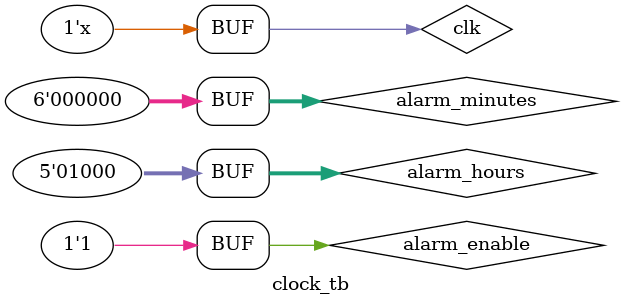
<source format=v>
`timescale 1ns / 1ps
module clock_tb;

reg clk;
reg [4:0] hours;
reg [5:0] minutes;
reg [5:0] seconds;
reg [4:0] alarm_hours;
reg [5:0] alarm_minutes;
reg alarm_enable;

initial begin
    clk = 0;
    hours = 0;
    minutes = 0;
    seconds = 0;
    alarm_hours = 8;
    alarm_minutes = 0;
    alarm_enable = 1;
end

always #5 clk = ~clk;

always @(posedge clk) begin
    seconds <= seconds + 1;
    if (seconds == 60) begin
        seconds <= 0;
        minutes <= minutes + 1;
    end
    if (minutes == 60) begin
        minutes <= 0;
        hours <= hours + 1;
    end
    if (hours == 24) begin
        hours <= 0;
    end
    if (alarm_enable && (hours == alarm_hours) && (minutes == alarm_minutes)) begin
        // Alarm code here
    end
end

endmodule

</source>
